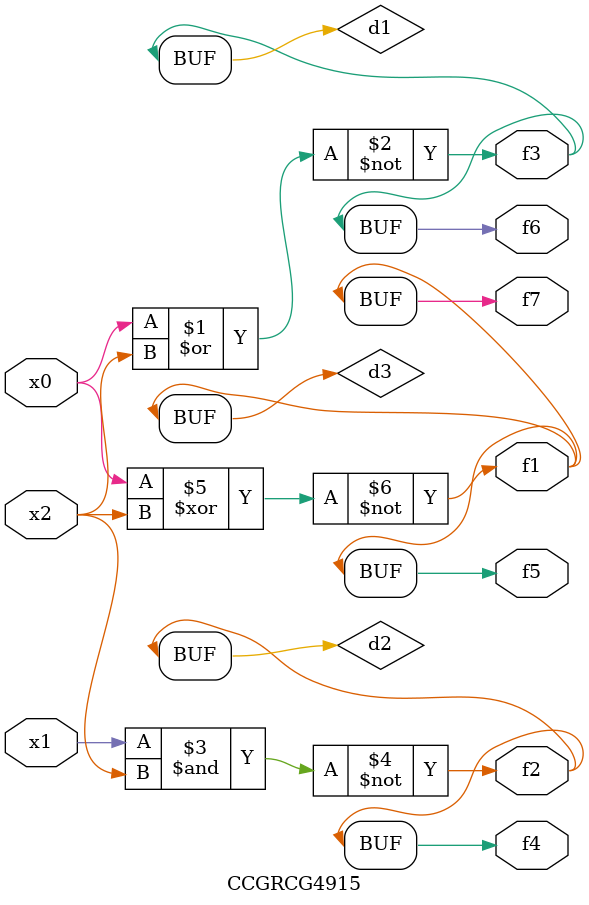
<source format=v>
module CCGRCG4915(
	input x0, x1, x2,
	output f1, f2, f3, f4, f5, f6, f7
);

	wire d1, d2, d3;

	nor (d1, x0, x2);
	nand (d2, x1, x2);
	xnor (d3, x0, x2);
	assign f1 = d3;
	assign f2 = d2;
	assign f3 = d1;
	assign f4 = d2;
	assign f5 = d3;
	assign f6 = d1;
	assign f7 = d3;
endmodule

</source>
